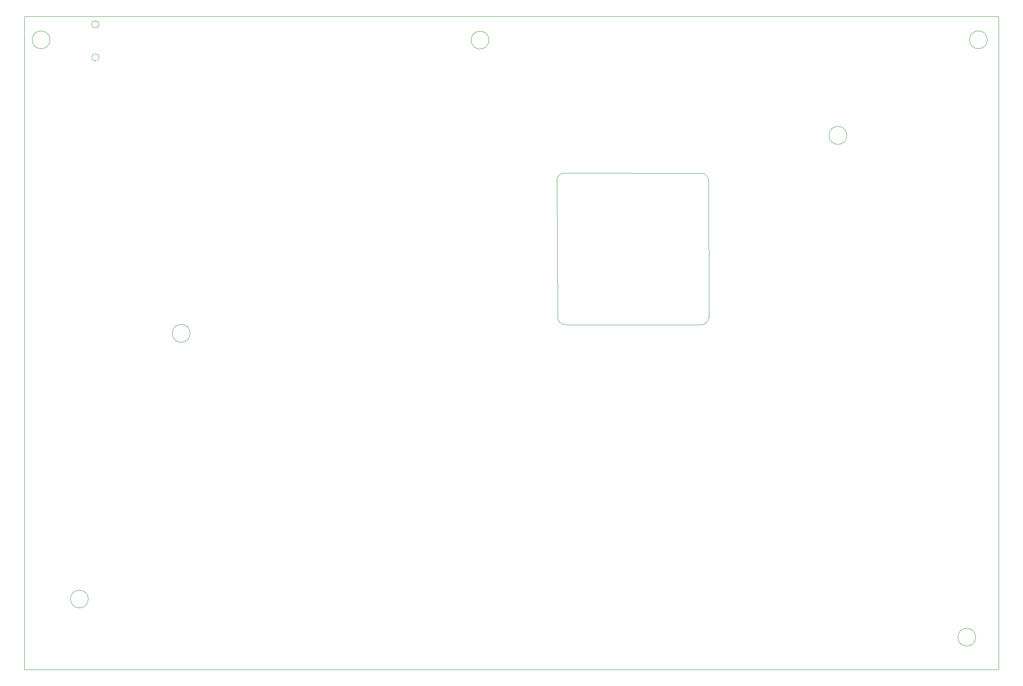
<source format=gbr>
%TF.GenerationSoftware,KiCad,Pcbnew,8.0.5*%
%TF.CreationDate,2025-01-06T13:55:56+00:00*%
%TF.ProjectId,Oric,4f726963-2e6b-4696-9361-645f70636258,rev?*%
%TF.SameCoordinates,Original*%
%TF.FileFunction,Profile,NP*%
%FSLAX46Y46*%
G04 Gerber Fmt 4.6, Leading zero omitted, Abs format (unit mm)*
G04 Created by KiCad (PCBNEW 8.0.5) date 2025-01-06 13:55:56*
%MOMM*%
%LPD*%
G01*
G04 APERTURE LIST*
%TA.AperFunction,Profile*%
%ADD10C,0.050000*%
%TD*%
G04 APERTURE END LIST*
D10*
X214350000Y-46620000D02*
G75*
G02*
X210563868Y-46620000I-1893066J0D01*
G01*
X210563868Y-46620000D02*
G75*
G02*
X214350000Y-46620000I1893066J0D01*
G01*
X53825000Y-144650000D02*
G75*
G02*
X50063192Y-144650000I-1880904J0D01*
G01*
X50063192Y-144650000D02*
G75*
G02*
X53825000Y-144650000I1880904J0D01*
G01*
X183477421Y-54630000D02*
X154582584Y-54580000D01*
X75386132Y-88475000D02*
G75*
G02*
X71600000Y-88475000I-1893066J0D01*
G01*
X71600000Y-88475000D02*
G75*
G02*
X75386132Y-88475000I1893066J0D01*
G01*
X152952584Y-56210000D02*
X153132584Y-84997416D01*
X185127416Y-85037416D02*
G75*
G02*
X183497416Y-86667416I-1630016J16D01*
G01*
X241600000Y-152700000D02*
G75*
G02*
X237838192Y-152700000I-1880904J0D01*
G01*
X237838192Y-152700000D02*
G75*
G02*
X241600000Y-152700000I1880904J0D01*
G01*
X138610000Y-26480000D02*
G75*
G02*
X134848192Y-26480000I-1880904J0D01*
G01*
X134848192Y-26480000D02*
G75*
G02*
X138610000Y-26480000I1880904J0D01*
G01*
X244080000Y-26400000D02*
G75*
G02*
X240318192Y-26400000I-1880904J0D01*
G01*
X240318192Y-26400000D02*
G75*
G02*
X244080000Y-26400000I1880904J0D01*
G01*
X40320000Y-21440000D02*
X246490000Y-21440000D01*
X246490000Y-159550000D01*
X40320000Y-159550000D01*
X40320000Y-21440000D01*
X183477421Y-54630000D02*
G75*
G02*
X185107400Y-56260000I-21J-1630000D01*
G01*
X154762584Y-86627416D02*
X183497416Y-86667416D01*
X154762584Y-86627416D02*
G75*
G02*
X153132584Y-84997416I16J1630016D01*
G01*
X45720904Y-26409096D02*
G75*
G02*
X41959096Y-26409096I-1880904J0D01*
G01*
X41959096Y-26409096D02*
G75*
G02*
X45720904Y-26409096I1880904J0D01*
G01*
X185127416Y-85037416D02*
X185107421Y-56260000D01*
X152952584Y-56210000D02*
G75*
G02*
X154582584Y-54579984I1630016J0D01*
G01*
%TO.C,SK4*%
X56075000Y-23125000D02*
G75*
G02*
X54575000Y-23125000I-750000J0D01*
G01*
X54575000Y-23125000D02*
G75*
G02*
X56075000Y-23125000I750000J0D01*
G01*
X56075000Y-30125000D02*
G75*
G02*
X54575000Y-30125000I-750000J0D01*
G01*
X54575000Y-30125000D02*
G75*
G02*
X56075000Y-30125000I750000J0D01*
G01*
%TD*%
M02*

</source>
